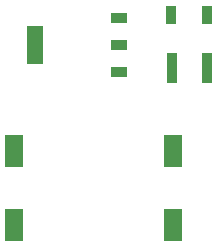
<source format=gbr>
%TF.GenerationSoftware,KiCad,Pcbnew,8.0.8*%
%TF.CreationDate,2025-02-03T20:57:14-05:00*%
%TF.ProjectId,5V Converter Module,35562043-6f6e-4766-9572-746572204d6f,rev?*%
%TF.SameCoordinates,Original*%
%TF.FileFunction,Paste,Top*%
%TF.FilePolarity,Positive*%
%FSLAX46Y46*%
G04 Gerber Fmt 4.6, Leading zero omitted, Abs format (unit mm)*
G04 Created by KiCad (PCBNEW 8.0.8) date 2025-02-03 20:57:14*
%MOMM*%
%LPD*%
G01*
G04 APERTURE LIST*
%ADD10C,0.000000*%
%ADD11R,1.320800X0.939800*%
%ADD12R,1.570000X2.820000*%
%ADD13R,0.955600X2.500000*%
%ADD14R,0.855600X1.600000*%
G04 APERTURE END LIST*
D10*
%TO.C,U1*%
G36*
X58457100Y-34841450D02*
G01*
X57136300Y-34841450D01*
X57136300Y-31590250D01*
X58457100Y-31590250D01*
X58457100Y-34841450D01*
G37*
%TD*%
D11*
%TO.C,U1*%
X64883300Y-35514550D03*
X64883300Y-33215850D03*
X64883300Y-30917150D03*
%TD*%
D12*
%TO.C,F1*%
X56040000Y-42195850D03*
X56040000Y-48515850D03*
X69500000Y-42195850D03*
X69500000Y-48515850D03*
%TD*%
D13*
%TO.C,C2*%
X72340000Y-35215850D03*
X69384398Y-35215850D03*
%TD*%
D14*
%TO.C,C1*%
X72367801Y-30715850D03*
X69312199Y-30715850D03*
%TD*%
M02*

</source>
